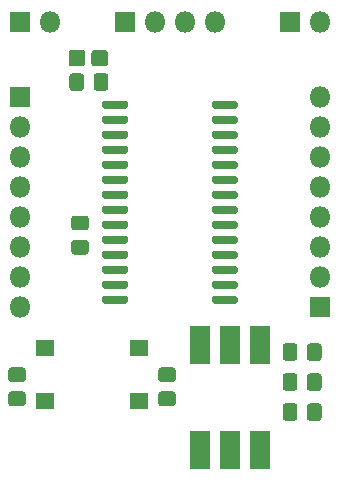
<source format=gbr>
%TF.GenerationSoftware,KiCad,Pcbnew,(5.1.6)-1*%
%TF.CreationDate,2021-04-07T17:56:13+02:00*%
%TF.ProjectId,port_expander,706f7274-5f65-4787-9061-6e6465722e6b,rev?*%
%TF.SameCoordinates,Original*%
%TF.FileFunction,Soldermask,Top*%
%TF.FilePolarity,Negative*%
%FSLAX46Y46*%
G04 Gerber Fmt 4.6, Leading zero omitted, Abs format (unit mm)*
G04 Created by KiCad (PCBNEW (5.1.6)-1) date 2021-04-07 17:56:13*
%MOMM*%
%LPD*%
G01*
G04 APERTURE LIST*
%ADD10R,1.800000X1.800000*%
%ADD11O,1.800000X1.800000*%
%ADD12R,1.650000X1.400000*%
%ADD13R,1.700000X3.200000*%
G04 APERTURE END LIST*
%TO.C,C1*%
G36*
G01*
X119858262Y-65885000D02*
X118901738Y-65885000D01*
G75*
G02*
X118630000Y-65613262I0J271738D01*
G01*
X118630000Y-64906738D01*
G75*
G02*
X118901738Y-64635000I271738J0D01*
G01*
X119858262Y-64635000D01*
G75*
G02*
X120130000Y-64906738I0J-271738D01*
G01*
X120130000Y-65613262D01*
G75*
G02*
X119858262Y-65885000I-271738J0D01*
G01*
G37*
G36*
G01*
X119858262Y-67935000D02*
X118901738Y-67935000D01*
G75*
G02*
X118630000Y-67663262I0J271738D01*
G01*
X118630000Y-66956738D01*
G75*
G02*
X118901738Y-66685000I271738J0D01*
G01*
X119858262Y-66685000D01*
G75*
G02*
X120130000Y-66956738I0J-271738D01*
G01*
X120130000Y-67663262D01*
G75*
G02*
X119858262Y-67935000I-271738J0D01*
G01*
G37*
%TD*%
%TO.C,C2*%
G36*
G01*
X114524262Y-80780000D02*
X113567738Y-80780000D01*
G75*
G02*
X113296000Y-80508262I0J271738D01*
G01*
X113296000Y-79801738D01*
G75*
G02*
X113567738Y-79530000I271738J0D01*
G01*
X114524262Y-79530000D01*
G75*
G02*
X114796000Y-79801738I0J-271738D01*
G01*
X114796000Y-80508262D01*
G75*
G02*
X114524262Y-80780000I-271738J0D01*
G01*
G37*
G36*
G01*
X114524262Y-78730000D02*
X113567738Y-78730000D01*
G75*
G02*
X113296000Y-78458262I0J271738D01*
G01*
X113296000Y-77751738D01*
G75*
G02*
X113567738Y-77480000I271738J0D01*
G01*
X114524262Y-77480000D01*
G75*
G02*
X114796000Y-77751738I0J-271738D01*
G01*
X114796000Y-78458262D01*
G75*
G02*
X114524262Y-78730000I-271738J0D01*
G01*
G37*
%TD*%
%TO.C,D1*%
G36*
G01*
X121763500Y-50877231D02*
X121763500Y-51738769D01*
G75*
G02*
X121494269Y-52008000I-269231J0D01*
G01*
X120607731Y-52008000D01*
G75*
G02*
X120338500Y-51738769I0J269231D01*
G01*
X120338500Y-50877231D01*
G75*
G02*
X120607731Y-50608000I269231J0D01*
G01*
X121494269Y-50608000D01*
G75*
G02*
X121763500Y-50877231I0J-269231D01*
G01*
G37*
G36*
G01*
X119838500Y-50877231D02*
X119838500Y-51738769D01*
G75*
G02*
X119569269Y-52008000I-269231J0D01*
G01*
X118682731Y-52008000D01*
G75*
G02*
X118413500Y-51738769I0J269231D01*
G01*
X118413500Y-50877231D01*
G75*
G02*
X118682731Y-50608000I269231J0D01*
G01*
X119569269Y-50608000D01*
G75*
G02*
X119838500Y-50877231I0J-269231D01*
G01*
G37*
%TD*%
D10*
%TO.C,J1*%
X139700000Y-72390000D03*
D11*
X139700000Y-69850000D03*
X139700000Y-67310000D03*
X139700000Y-64770000D03*
X139700000Y-62230000D03*
X139700000Y-59690000D03*
X139700000Y-57150000D03*
X139700000Y-54610000D03*
%TD*%
%TO.C,J2*%
X114300000Y-72390000D03*
X114300000Y-69850000D03*
X114300000Y-67310000D03*
X114300000Y-64770000D03*
X114300000Y-62230000D03*
X114300000Y-59690000D03*
X114300000Y-57150000D03*
D10*
X114300000Y-54610000D03*
%TD*%
%TO.C,J3*%
X137160000Y-48260000D03*
D11*
X139700000Y-48260000D03*
%TD*%
D10*
%TO.C,J4*%
X123190000Y-48260000D03*
D11*
X125730000Y-48260000D03*
X128270000Y-48260000D03*
X130810000Y-48260000D03*
%TD*%
%TO.C,R1*%
G36*
G01*
X121783000Y-52861738D02*
X121783000Y-53818262D01*
G75*
G02*
X121511262Y-54090000I-271738J0D01*
G01*
X120804738Y-54090000D01*
G75*
G02*
X120533000Y-53818262I0J271738D01*
G01*
X120533000Y-52861738D01*
G75*
G02*
X120804738Y-52590000I271738J0D01*
G01*
X121511262Y-52590000D01*
G75*
G02*
X121783000Y-52861738I0J-271738D01*
G01*
G37*
G36*
G01*
X119733000Y-52861738D02*
X119733000Y-53818262D01*
G75*
G02*
X119461262Y-54090000I-271738J0D01*
G01*
X118754738Y-54090000D01*
G75*
G02*
X118483000Y-53818262I0J271738D01*
G01*
X118483000Y-52861738D01*
G75*
G02*
X118754738Y-52590000I271738J0D01*
G01*
X119461262Y-52590000D01*
G75*
G02*
X119733000Y-52861738I0J-271738D01*
G01*
G37*
%TD*%
%TO.C,R2*%
G36*
G01*
X136535000Y-76678262D02*
X136535000Y-75721738D01*
G75*
G02*
X136806738Y-75450000I271738J0D01*
G01*
X137513262Y-75450000D01*
G75*
G02*
X137785000Y-75721738I0J-271738D01*
G01*
X137785000Y-76678262D01*
G75*
G02*
X137513262Y-76950000I-271738J0D01*
G01*
X136806738Y-76950000D01*
G75*
G02*
X136535000Y-76678262I0J271738D01*
G01*
G37*
G36*
G01*
X138585000Y-76678262D02*
X138585000Y-75721738D01*
G75*
G02*
X138856738Y-75450000I271738J0D01*
G01*
X139563262Y-75450000D01*
G75*
G02*
X139835000Y-75721738I0J-271738D01*
G01*
X139835000Y-76678262D01*
G75*
G02*
X139563262Y-76950000I-271738J0D01*
G01*
X138856738Y-76950000D01*
G75*
G02*
X138585000Y-76678262I0J271738D01*
G01*
G37*
%TD*%
%TO.C,R3*%
G36*
G01*
X138585000Y-79218262D02*
X138585000Y-78261738D01*
G75*
G02*
X138856738Y-77990000I271738J0D01*
G01*
X139563262Y-77990000D01*
G75*
G02*
X139835000Y-78261738I0J-271738D01*
G01*
X139835000Y-79218262D01*
G75*
G02*
X139563262Y-79490000I-271738J0D01*
G01*
X138856738Y-79490000D01*
G75*
G02*
X138585000Y-79218262I0J271738D01*
G01*
G37*
G36*
G01*
X136535000Y-79218262D02*
X136535000Y-78261738D01*
G75*
G02*
X136806738Y-77990000I271738J0D01*
G01*
X137513262Y-77990000D01*
G75*
G02*
X137785000Y-78261738I0J-271738D01*
G01*
X137785000Y-79218262D01*
G75*
G02*
X137513262Y-79490000I-271738J0D01*
G01*
X136806738Y-79490000D01*
G75*
G02*
X136535000Y-79218262I0J271738D01*
G01*
G37*
%TD*%
%TO.C,R4*%
G36*
G01*
X126267738Y-79530000D02*
X127224262Y-79530000D01*
G75*
G02*
X127496000Y-79801738I0J-271738D01*
G01*
X127496000Y-80508262D01*
G75*
G02*
X127224262Y-80780000I-271738J0D01*
G01*
X126267738Y-80780000D01*
G75*
G02*
X125996000Y-80508262I0J271738D01*
G01*
X125996000Y-79801738D01*
G75*
G02*
X126267738Y-79530000I271738J0D01*
G01*
G37*
G36*
G01*
X126267738Y-77480000D02*
X127224262Y-77480000D01*
G75*
G02*
X127496000Y-77751738I0J-271738D01*
G01*
X127496000Y-78458262D01*
G75*
G02*
X127224262Y-78730000I-271738J0D01*
G01*
X126267738Y-78730000D01*
G75*
G02*
X125996000Y-78458262I0J271738D01*
G01*
X125996000Y-77751738D01*
G75*
G02*
X126267738Y-77480000I271738J0D01*
G01*
G37*
%TD*%
%TO.C,R5*%
G36*
G01*
X136535000Y-81758262D02*
X136535000Y-80801738D01*
G75*
G02*
X136806738Y-80530000I271738J0D01*
G01*
X137513262Y-80530000D01*
G75*
G02*
X137785000Y-80801738I0J-271738D01*
G01*
X137785000Y-81758262D01*
G75*
G02*
X137513262Y-82030000I-271738J0D01*
G01*
X136806738Y-82030000D01*
G75*
G02*
X136535000Y-81758262I0J271738D01*
G01*
G37*
G36*
G01*
X138585000Y-81758262D02*
X138585000Y-80801738D01*
G75*
G02*
X138856738Y-80530000I271738J0D01*
G01*
X139563262Y-80530000D01*
G75*
G02*
X139835000Y-80801738I0J-271738D01*
G01*
X139835000Y-81758262D01*
G75*
G02*
X139563262Y-82030000I-271738J0D01*
G01*
X138856738Y-82030000D01*
G75*
G02*
X138585000Y-81758262I0J271738D01*
G01*
G37*
%TD*%
D12*
%TO.C,RST*%
X124371000Y-75855000D03*
X124371000Y-80355000D03*
X116421000Y-80355000D03*
X116421000Y-75855000D03*
%TD*%
D13*
%TO.C,SW2*%
X134620000Y-75565000D03*
X129540000Y-84455000D03*
X132080000Y-75565000D03*
X132080000Y-84455000D03*
X129540000Y-75565000D03*
X134620000Y-84455000D03*
%TD*%
%TO.C,U1*%
G36*
G01*
X121275000Y-55420000D02*
X121275000Y-55070000D01*
G75*
G02*
X121450000Y-54895000I175000J0D01*
G01*
X123250000Y-54895000D01*
G75*
G02*
X123425000Y-55070000I0J-175000D01*
G01*
X123425000Y-55420000D01*
G75*
G02*
X123250000Y-55595000I-175000J0D01*
G01*
X121450000Y-55595000D01*
G75*
G02*
X121275000Y-55420000I0J175000D01*
G01*
G37*
G36*
G01*
X121275000Y-56690000D02*
X121275000Y-56340000D01*
G75*
G02*
X121450000Y-56165000I175000J0D01*
G01*
X123250000Y-56165000D01*
G75*
G02*
X123425000Y-56340000I0J-175000D01*
G01*
X123425000Y-56690000D01*
G75*
G02*
X123250000Y-56865000I-175000J0D01*
G01*
X121450000Y-56865000D01*
G75*
G02*
X121275000Y-56690000I0J175000D01*
G01*
G37*
G36*
G01*
X121275000Y-57960000D02*
X121275000Y-57610000D01*
G75*
G02*
X121450000Y-57435000I175000J0D01*
G01*
X123250000Y-57435000D01*
G75*
G02*
X123425000Y-57610000I0J-175000D01*
G01*
X123425000Y-57960000D01*
G75*
G02*
X123250000Y-58135000I-175000J0D01*
G01*
X121450000Y-58135000D01*
G75*
G02*
X121275000Y-57960000I0J175000D01*
G01*
G37*
G36*
G01*
X121275000Y-59230000D02*
X121275000Y-58880000D01*
G75*
G02*
X121450000Y-58705000I175000J0D01*
G01*
X123250000Y-58705000D01*
G75*
G02*
X123425000Y-58880000I0J-175000D01*
G01*
X123425000Y-59230000D01*
G75*
G02*
X123250000Y-59405000I-175000J0D01*
G01*
X121450000Y-59405000D01*
G75*
G02*
X121275000Y-59230000I0J175000D01*
G01*
G37*
G36*
G01*
X121275000Y-60500000D02*
X121275000Y-60150000D01*
G75*
G02*
X121450000Y-59975000I175000J0D01*
G01*
X123250000Y-59975000D01*
G75*
G02*
X123425000Y-60150000I0J-175000D01*
G01*
X123425000Y-60500000D01*
G75*
G02*
X123250000Y-60675000I-175000J0D01*
G01*
X121450000Y-60675000D01*
G75*
G02*
X121275000Y-60500000I0J175000D01*
G01*
G37*
G36*
G01*
X121275000Y-61770000D02*
X121275000Y-61420000D01*
G75*
G02*
X121450000Y-61245000I175000J0D01*
G01*
X123250000Y-61245000D01*
G75*
G02*
X123425000Y-61420000I0J-175000D01*
G01*
X123425000Y-61770000D01*
G75*
G02*
X123250000Y-61945000I-175000J0D01*
G01*
X121450000Y-61945000D01*
G75*
G02*
X121275000Y-61770000I0J175000D01*
G01*
G37*
G36*
G01*
X121275000Y-63040000D02*
X121275000Y-62690000D01*
G75*
G02*
X121450000Y-62515000I175000J0D01*
G01*
X123250000Y-62515000D01*
G75*
G02*
X123425000Y-62690000I0J-175000D01*
G01*
X123425000Y-63040000D01*
G75*
G02*
X123250000Y-63215000I-175000J0D01*
G01*
X121450000Y-63215000D01*
G75*
G02*
X121275000Y-63040000I0J175000D01*
G01*
G37*
G36*
G01*
X121275000Y-64310000D02*
X121275000Y-63960000D01*
G75*
G02*
X121450000Y-63785000I175000J0D01*
G01*
X123250000Y-63785000D01*
G75*
G02*
X123425000Y-63960000I0J-175000D01*
G01*
X123425000Y-64310000D01*
G75*
G02*
X123250000Y-64485000I-175000J0D01*
G01*
X121450000Y-64485000D01*
G75*
G02*
X121275000Y-64310000I0J175000D01*
G01*
G37*
G36*
G01*
X121275000Y-65580000D02*
X121275000Y-65230000D01*
G75*
G02*
X121450000Y-65055000I175000J0D01*
G01*
X123250000Y-65055000D01*
G75*
G02*
X123425000Y-65230000I0J-175000D01*
G01*
X123425000Y-65580000D01*
G75*
G02*
X123250000Y-65755000I-175000J0D01*
G01*
X121450000Y-65755000D01*
G75*
G02*
X121275000Y-65580000I0J175000D01*
G01*
G37*
G36*
G01*
X121275000Y-66850000D02*
X121275000Y-66500000D01*
G75*
G02*
X121450000Y-66325000I175000J0D01*
G01*
X123250000Y-66325000D01*
G75*
G02*
X123425000Y-66500000I0J-175000D01*
G01*
X123425000Y-66850000D01*
G75*
G02*
X123250000Y-67025000I-175000J0D01*
G01*
X121450000Y-67025000D01*
G75*
G02*
X121275000Y-66850000I0J175000D01*
G01*
G37*
G36*
G01*
X121275000Y-68120000D02*
X121275000Y-67770000D01*
G75*
G02*
X121450000Y-67595000I175000J0D01*
G01*
X123250000Y-67595000D01*
G75*
G02*
X123425000Y-67770000I0J-175000D01*
G01*
X123425000Y-68120000D01*
G75*
G02*
X123250000Y-68295000I-175000J0D01*
G01*
X121450000Y-68295000D01*
G75*
G02*
X121275000Y-68120000I0J175000D01*
G01*
G37*
G36*
G01*
X121275000Y-69390000D02*
X121275000Y-69040000D01*
G75*
G02*
X121450000Y-68865000I175000J0D01*
G01*
X123250000Y-68865000D01*
G75*
G02*
X123425000Y-69040000I0J-175000D01*
G01*
X123425000Y-69390000D01*
G75*
G02*
X123250000Y-69565000I-175000J0D01*
G01*
X121450000Y-69565000D01*
G75*
G02*
X121275000Y-69390000I0J175000D01*
G01*
G37*
G36*
G01*
X121275000Y-70660000D02*
X121275000Y-70310000D01*
G75*
G02*
X121450000Y-70135000I175000J0D01*
G01*
X123250000Y-70135000D01*
G75*
G02*
X123425000Y-70310000I0J-175000D01*
G01*
X123425000Y-70660000D01*
G75*
G02*
X123250000Y-70835000I-175000J0D01*
G01*
X121450000Y-70835000D01*
G75*
G02*
X121275000Y-70660000I0J175000D01*
G01*
G37*
G36*
G01*
X121275000Y-71930000D02*
X121275000Y-71580000D01*
G75*
G02*
X121450000Y-71405000I175000J0D01*
G01*
X123250000Y-71405000D01*
G75*
G02*
X123425000Y-71580000I0J-175000D01*
G01*
X123425000Y-71930000D01*
G75*
G02*
X123250000Y-72105000I-175000J0D01*
G01*
X121450000Y-72105000D01*
G75*
G02*
X121275000Y-71930000I0J175000D01*
G01*
G37*
G36*
G01*
X130575000Y-71930000D02*
X130575000Y-71580000D01*
G75*
G02*
X130750000Y-71405000I175000J0D01*
G01*
X132550000Y-71405000D01*
G75*
G02*
X132725000Y-71580000I0J-175000D01*
G01*
X132725000Y-71930000D01*
G75*
G02*
X132550000Y-72105000I-175000J0D01*
G01*
X130750000Y-72105000D01*
G75*
G02*
X130575000Y-71930000I0J175000D01*
G01*
G37*
G36*
G01*
X130575000Y-70660000D02*
X130575000Y-70310000D01*
G75*
G02*
X130750000Y-70135000I175000J0D01*
G01*
X132550000Y-70135000D01*
G75*
G02*
X132725000Y-70310000I0J-175000D01*
G01*
X132725000Y-70660000D01*
G75*
G02*
X132550000Y-70835000I-175000J0D01*
G01*
X130750000Y-70835000D01*
G75*
G02*
X130575000Y-70660000I0J175000D01*
G01*
G37*
G36*
G01*
X130575000Y-69390000D02*
X130575000Y-69040000D01*
G75*
G02*
X130750000Y-68865000I175000J0D01*
G01*
X132550000Y-68865000D01*
G75*
G02*
X132725000Y-69040000I0J-175000D01*
G01*
X132725000Y-69390000D01*
G75*
G02*
X132550000Y-69565000I-175000J0D01*
G01*
X130750000Y-69565000D01*
G75*
G02*
X130575000Y-69390000I0J175000D01*
G01*
G37*
G36*
G01*
X130575000Y-68120000D02*
X130575000Y-67770000D01*
G75*
G02*
X130750000Y-67595000I175000J0D01*
G01*
X132550000Y-67595000D01*
G75*
G02*
X132725000Y-67770000I0J-175000D01*
G01*
X132725000Y-68120000D01*
G75*
G02*
X132550000Y-68295000I-175000J0D01*
G01*
X130750000Y-68295000D01*
G75*
G02*
X130575000Y-68120000I0J175000D01*
G01*
G37*
G36*
G01*
X130575000Y-66850000D02*
X130575000Y-66500000D01*
G75*
G02*
X130750000Y-66325000I175000J0D01*
G01*
X132550000Y-66325000D01*
G75*
G02*
X132725000Y-66500000I0J-175000D01*
G01*
X132725000Y-66850000D01*
G75*
G02*
X132550000Y-67025000I-175000J0D01*
G01*
X130750000Y-67025000D01*
G75*
G02*
X130575000Y-66850000I0J175000D01*
G01*
G37*
G36*
G01*
X130575000Y-65580000D02*
X130575000Y-65230000D01*
G75*
G02*
X130750000Y-65055000I175000J0D01*
G01*
X132550000Y-65055000D01*
G75*
G02*
X132725000Y-65230000I0J-175000D01*
G01*
X132725000Y-65580000D01*
G75*
G02*
X132550000Y-65755000I-175000J0D01*
G01*
X130750000Y-65755000D01*
G75*
G02*
X130575000Y-65580000I0J175000D01*
G01*
G37*
G36*
G01*
X130575000Y-64310000D02*
X130575000Y-63960000D01*
G75*
G02*
X130750000Y-63785000I175000J0D01*
G01*
X132550000Y-63785000D01*
G75*
G02*
X132725000Y-63960000I0J-175000D01*
G01*
X132725000Y-64310000D01*
G75*
G02*
X132550000Y-64485000I-175000J0D01*
G01*
X130750000Y-64485000D01*
G75*
G02*
X130575000Y-64310000I0J175000D01*
G01*
G37*
G36*
G01*
X130575000Y-63040000D02*
X130575000Y-62690000D01*
G75*
G02*
X130750000Y-62515000I175000J0D01*
G01*
X132550000Y-62515000D01*
G75*
G02*
X132725000Y-62690000I0J-175000D01*
G01*
X132725000Y-63040000D01*
G75*
G02*
X132550000Y-63215000I-175000J0D01*
G01*
X130750000Y-63215000D01*
G75*
G02*
X130575000Y-63040000I0J175000D01*
G01*
G37*
G36*
G01*
X130575000Y-61770000D02*
X130575000Y-61420000D01*
G75*
G02*
X130750000Y-61245000I175000J0D01*
G01*
X132550000Y-61245000D01*
G75*
G02*
X132725000Y-61420000I0J-175000D01*
G01*
X132725000Y-61770000D01*
G75*
G02*
X132550000Y-61945000I-175000J0D01*
G01*
X130750000Y-61945000D01*
G75*
G02*
X130575000Y-61770000I0J175000D01*
G01*
G37*
G36*
G01*
X130575000Y-60500000D02*
X130575000Y-60150000D01*
G75*
G02*
X130750000Y-59975000I175000J0D01*
G01*
X132550000Y-59975000D01*
G75*
G02*
X132725000Y-60150000I0J-175000D01*
G01*
X132725000Y-60500000D01*
G75*
G02*
X132550000Y-60675000I-175000J0D01*
G01*
X130750000Y-60675000D01*
G75*
G02*
X130575000Y-60500000I0J175000D01*
G01*
G37*
G36*
G01*
X130575000Y-59230000D02*
X130575000Y-58880000D01*
G75*
G02*
X130750000Y-58705000I175000J0D01*
G01*
X132550000Y-58705000D01*
G75*
G02*
X132725000Y-58880000I0J-175000D01*
G01*
X132725000Y-59230000D01*
G75*
G02*
X132550000Y-59405000I-175000J0D01*
G01*
X130750000Y-59405000D01*
G75*
G02*
X130575000Y-59230000I0J175000D01*
G01*
G37*
G36*
G01*
X130575000Y-57960000D02*
X130575000Y-57610000D01*
G75*
G02*
X130750000Y-57435000I175000J0D01*
G01*
X132550000Y-57435000D01*
G75*
G02*
X132725000Y-57610000I0J-175000D01*
G01*
X132725000Y-57960000D01*
G75*
G02*
X132550000Y-58135000I-175000J0D01*
G01*
X130750000Y-58135000D01*
G75*
G02*
X130575000Y-57960000I0J175000D01*
G01*
G37*
G36*
G01*
X130575000Y-56690000D02*
X130575000Y-56340000D01*
G75*
G02*
X130750000Y-56165000I175000J0D01*
G01*
X132550000Y-56165000D01*
G75*
G02*
X132725000Y-56340000I0J-175000D01*
G01*
X132725000Y-56690000D01*
G75*
G02*
X132550000Y-56865000I-175000J0D01*
G01*
X130750000Y-56865000D01*
G75*
G02*
X130575000Y-56690000I0J175000D01*
G01*
G37*
G36*
G01*
X130575000Y-55420000D02*
X130575000Y-55070000D01*
G75*
G02*
X130750000Y-54895000I175000J0D01*
G01*
X132550000Y-54895000D01*
G75*
G02*
X132725000Y-55070000I0J-175000D01*
G01*
X132725000Y-55420000D01*
G75*
G02*
X132550000Y-55595000I-175000J0D01*
G01*
X130750000Y-55595000D01*
G75*
G02*
X130575000Y-55420000I0J175000D01*
G01*
G37*
%TD*%
D10*
%TO.C,J5*%
X114300000Y-48260000D03*
D11*
X116840000Y-48260000D03*
%TD*%
M02*

</source>
